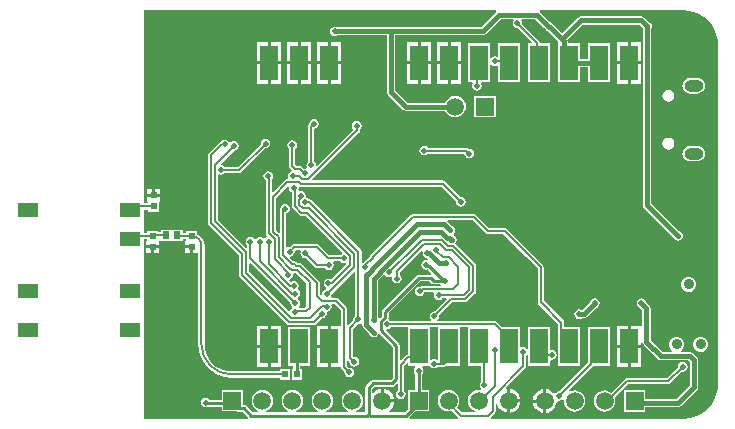
<source format=gbl>
G04*
G04 #@! TF.GenerationSoftware,Altium Limited,Altium Designer,19.0.12 (326)*
G04*
G04 Layer_Physical_Order=2*
G04 Layer_Color=16711680*
%FSAX25Y25*%
%MOIN*%
G70*
G01*
G75*
%ADD14C,0.01000*%
%ADD61C,0.00800*%
%ADD62C,0.01500*%
%ADD63R,0.05906X0.05906*%
%ADD64C,0.05906*%
%ADD65C,0.03543*%
%ADD66O,0.06299X0.03937*%
%ADD67C,0.01968*%
%ADD68R,0.05906X0.11811*%
%ADD69R,0.01968X0.02362*%
%ADD70R,0.02441X0.02244*%
%ADD71R,0.02362X0.02520*%
%ADD72R,0.07087X0.05118*%
G36*
X0507344Y0420014D02*
X0507344Y0420014D01*
X0507344Y0420014D01*
X0509065Y0419878D01*
X0510834Y0419454D01*
X0512515Y0418758D01*
X0514066Y0417807D01*
X0515449Y0416626D01*
X0516630Y0415243D01*
X0517581Y0413692D01*
X0518277Y0412011D01*
X0518701Y0410243D01*
X0518837Y0408521D01*
X0518837Y0408521D01*
X0518837D01*
X0518841Y0408517D01*
X0518841Y0295349D01*
X0518837Y0295345D01*
X0518837Y0295345D01*
X0518837Y0295345D01*
X0518701Y0293624D01*
X0518277Y0291855D01*
X0517581Y0290174D01*
X0516630Y0288623D01*
X0515449Y0287240D01*
X0514066Y0286059D01*
X0512515Y0285108D01*
X0510834Y0284412D01*
X0509065Y0283988D01*
X0507344Y0283852D01*
X0507344Y0283852D01*
Y0283852D01*
X0507340Y0283848D01*
X0443223D01*
X0443042Y0284348D01*
X0444390Y0285696D01*
X0444611Y0286027D01*
X0444689Y0286417D01*
Y0288710D01*
X0445153Y0288830D01*
X0445551Y0287869D01*
X0446185Y0287043D01*
X0447011Y0286409D01*
X0447972Y0286011D01*
X0448504Y0285941D01*
Y0289862D01*
Y0293783D01*
X0448340Y0293762D01*
X0448106Y0294235D01*
X0454528Y0300657D01*
X0454749Y0300988D01*
X0454827Y0301378D01*
Y0304913D01*
X0455114Y0305165D01*
X0455601Y0304995D01*
Y0301467D01*
X0462707D01*
Y0303208D01*
X0463206Y0303604D01*
X0463453Y0303555D01*
X0464071Y0303678D01*
X0464595Y0304028D01*
X0464945Y0304552D01*
X0465068Y0305170D01*
X0464945Y0305789D01*
X0464595Y0306313D01*
X0464071Y0306663D01*
X0463453Y0306786D01*
X0463206Y0306737D01*
X0462707Y0307133D01*
Y0314478D01*
X0455601D01*
Y0307268D01*
X0455101Y0307116D01*
X0454949Y0307343D01*
X0454425Y0307693D01*
X0453807Y0307816D01*
X0453206Y0307697D01*
X0453117Y0307686D01*
X0452706Y0307955D01*
Y0314478D01*
X0446873D01*
X0445276Y0316075D01*
X0444945Y0316296D01*
X0444555Y0316374D01*
X0425432D01*
X0425281Y0316874D01*
X0425422Y0316968D01*
X0425772Y0317492D01*
X0425895Y0318110D01*
X0425866Y0318255D01*
X0430258Y0322647D01*
X0434572D01*
X0434962Y0322724D01*
X0435292Y0322945D01*
X0437933Y0325586D01*
X0438154Y0325917D01*
X0438232Y0326307D01*
Y0334902D01*
X0438154Y0335292D01*
X0437933Y0335623D01*
X0431538Y0342018D01*
X0431229Y0342387D01*
X0431579Y0342911D01*
X0431702Y0343529D01*
X0431579Y0344147D01*
X0431229Y0344671D01*
X0430705Y0345021D01*
X0430638Y0345544D01*
X0430737Y0345610D01*
X0431087Y0346134D01*
X0431210Y0346752D01*
X0431087Y0347370D01*
X0430737Y0347894D01*
X0430213Y0348244D01*
X0429850Y0348317D01*
X0428603Y0349563D01*
X0428788Y0350063D01*
X0437027D01*
X0441370Y0345720D01*
X0441701Y0345499D01*
X0442091Y0345421D01*
X0447281D01*
X0455907Y0336795D01*
X0455988Y0336675D01*
X0458642Y0334021D01*
Y0322874D01*
X0458719Y0322484D01*
X0458940Y0322153D01*
X0465581Y0315512D01*
Y0313157D01*
X0465601Y0313058D01*
Y0301467D01*
X0472707D01*
Y0314478D01*
X0467621D01*
Y0315934D01*
X0467543Y0316325D01*
X0467322Y0316655D01*
X0460681Y0323297D01*
Y0334443D01*
X0460603Y0334834D01*
X0460382Y0335164D01*
X0457510Y0338037D01*
X0457430Y0338157D01*
X0448425Y0347162D01*
X0448094Y0347383D01*
X0447704Y0347460D01*
X0442514D01*
X0438170Y0351804D01*
X0437840Y0352025D01*
X0437450Y0352102D01*
X0417097D01*
X0416707Y0352025D01*
X0416376Y0351804D01*
X0402917Y0338344D01*
X0402696Y0338014D01*
X0402659Y0337828D01*
X0400896Y0336065D01*
X0400630Y0336012D01*
X0400465Y0335902D01*
X0399965Y0336169D01*
Y0339605D01*
X0399888Y0339996D01*
X0399667Y0340326D01*
X0383265Y0356729D01*
X0382934Y0356949D01*
X0382544Y0357027D01*
X0382497D01*
X0382415Y0357150D01*
X0381891Y0357500D01*
X0381735Y0357531D01*
X0381288Y0357653D01*
X0381411Y0358271D01*
X0381288Y0358890D01*
X0380938Y0359414D01*
X0380414Y0359764D01*
X0379796Y0359887D01*
X0379309Y0359790D01*
X0379087Y0359973D01*
X0379004Y0360069D01*
X0378937Y0360187D01*
X0379044Y0360728D01*
X0379009Y0360906D01*
X0379080Y0361016D01*
X0379442Y0361291D01*
X0379669Y0361246D01*
X0426552D01*
X0431453Y0356345D01*
X0431424Y0356201D01*
X0431547Y0355583D01*
X0431897Y0355059D01*
X0432421Y0354709D01*
X0433039Y0354586D01*
X0433658Y0354709D01*
X0434181Y0355059D01*
X0434532Y0355583D01*
X0434655Y0356201D01*
X0434532Y0356819D01*
X0434181Y0357343D01*
X0433658Y0357693D01*
X0433039Y0357816D01*
X0432895Y0357787D01*
X0427696Y0362986D01*
X0427365Y0363207D01*
X0426975Y0363285D01*
X0383815D01*
X0383623Y0363747D01*
X0399115Y0379238D01*
X0399336Y0379569D01*
X0399413Y0379959D01*
Y0380272D01*
X0399536Y0380354D01*
X0399886Y0380878D01*
X0400009Y0381496D01*
X0399886Y0382114D01*
X0399536Y0382638D01*
X0399012Y0382988D01*
X0398394Y0383111D01*
X0397776Y0382988D01*
X0397252Y0382638D01*
X0396901Y0382114D01*
X0396778Y0381496D01*
X0396901Y0380878D01*
X0397252Y0380354D01*
X0397260Y0380267D01*
X0385254Y0368262D01*
X0385162Y0368270D01*
X0384744Y0368459D01*
X0384651Y0368925D01*
X0384301Y0369449D01*
X0384179Y0369531D01*
Y0380581D01*
X0384740Y0380693D01*
X0385264Y0381043D01*
X0385614Y0381567D01*
X0385737Y0382185D01*
X0385614Y0382803D01*
X0385264Y0383327D01*
X0384740Y0383677D01*
X0384122Y0383800D01*
X0383504Y0383677D01*
X0382980Y0383327D01*
X0382630Y0382803D01*
X0382507Y0382185D01*
X0382529Y0382072D01*
X0382438Y0381981D01*
X0382217Y0381650D01*
X0382139Y0381260D01*
Y0369531D01*
X0382017Y0369449D01*
X0381667Y0368925D01*
X0381544Y0368307D01*
X0381667Y0367689D01*
X0381692Y0367651D01*
X0381391Y0367201D01*
X0381071Y0367265D01*
X0380662Y0367184D01*
X0380121Y0367725D01*
X0379790Y0367947D01*
X0379400Y0368024D01*
X0378327D01*
X0377858Y0368493D01*
Y0373874D01*
X0377981Y0373956D01*
X0378331Y0374480D01*
X0378454Y0375098D01*
X0378331Y0375717D01*
X0377981Y0376241D01*
X0377457Y0376591D01*
X0376839Y0376714D01*
X0376220Y0376591D01*
X0375696Y0376241D01*
X0375346Y0375717D01*
X0375223Y0375098D01*
X0375346Y0374480D01*
X0375696Y0373956D01*
X0375819Y0373874D01*
Y0368071D01*
X0375897Y0367681D01*
X0376118Y0367350D01*
X0376652Y0366816D01*
X0376487Y0366273D01*
X0376422Y0366260D01*
X0375898Y0365910D01*
X0375548Y0365386D01*
X0375425Y0364768D01*
X0375531Y0364232D01*
X0375366Y0363905D01*
X0375232Y0363723D01*
X0374889Y0363655D01*
X0374559Y0363434D01*
X0370545Y0359419D01*
X0370083Y0359611D01*
Y0363731D01*
X0370363Y0364150D01*
X0370486Y0364768D01*
X0370363Y0365386D01*
X0370012Y0365910D01*
X0369488Y0366260D01*
X0368870Y0366383D01*
X0368252Y0366260D01*
X0367728Y0365910D01*
X0367378Y0365386D01*
X0367255Y0364768D01*
X0367378Y0364150D01*
X0367728Y0363626D01*
X0368043Y0363415D01*
Y0345621D01*
X0368121Y0345231D01*
X0368342Y0344900D01*
X0368362Y0344880D01*
X0368216Y0344319D01*
X0367844Y0344070D01*
X0367710Y0344003D01*
X0367364D01*
X0367231Y0344070D01*
X0366728Y0344406D01*
X0366110Y0344529D01*
X0365492Y0344406D01*
X0364968Y0344056D01*
X0364803Y0343809D01*
X0364202Y0343809D01*
X0364103Y0343957D01*
X0363579Y0344307D01*
X0362961Y0344430D01*
X0362343Y0344307D01*
X0361818Y0343957D01*
X0361468Y0343433D01*
X0361345Y0342815D01*
X0361468Y0342197D01*
X0361818Y0341673D01*
X0361941Y0341591D01*
Y0341020D01*
X0361479Y0340828D01*
X0352153Y0350154D01*
Y0365014D01*
X0352654Y0365308D01*
X0353118Y0365215D01*
X0353736Y0365338D01*
X0354260Y0365688D01*
X0354342Y0365811D01*
X0359220D01*
X0359611Y0365889D01*
X0359941Y0366110D01*
X0367836Y0374004D01*
X0367980Y0373975D01*
X0368598Y0374098D01*
X0369123Y0374448D01*
X0369473Y0374972D01*
X0369596Y0375591D01*
X0369473Y0376209D01*
X0369123Y0376733D01*
X0368598Y0377083D01*
X0367980Y0377206D01*
X0367362Y0377083D01*
X0366838Y0376733D01*
X0366488Y0376209D01*
X0366365Y0375591D01*
X0366394Y0375446D01*
X0358798Y0367850D01*
X0354342D01*
X0354260Y0367973D01*
X0353736Y0368323D01*
X0353220Y0368426D01*
X0353065Y0368721D01*
X0353023Y0368936D01*
X0357304Y0373217D01*
X0357449Y0373188D01*
X0358067Y0373311D01*
X0358591Y0373661D01*
X0358941Y0374185D01*
X0359064Y0374803D01*
X0358941Y0375421D01*
X0358591Y0375945D01*
X0358067Y0376295D01*
X0357449Y0376418D01*
X0356831Y0376295D01*
X0356307Y0375945D01*
X0355791Y0376012D01*
X0355441Y0376536D01*
X0354917Y0376886D01*
X0354299Y0377009D01*
X0353681Y0376886D01*
X0353157Y0376536D01*
X0352963Y0376245D01*
X0352767Y0376115D01*
X0349013Y0372360D01*
X0348792Y0372029D01*
X0348714Y0371639D01*
Y0349152D01*
X0348792Y0348762D01*
X0349013Y0348431D01*
X0359141Y0338303D01*
Y0331934D01*
X0359219Y0331544D01*
X0359440Y0331213D01*
X0375171Y0315481D01*
X0375502Y0315260D01*
X0375892Y0315183D01*
X0384084D01*
X0384474Y0315260D01*
X0384805Y0315481D01*
X0386635Y0317311D01*
X0386779Y0317282D01*
X0387398Y0317405D01*
X0387922Y0317756D01*
X0388272Y0318280D01*
X0388395Y0318898D01*
X0388340Y0319171D01*
X0388352Y0319552D01*
X0388703Y0319714D01*
X0388972Y0319767D01*
X0389496Y0320118D01*
X0389847Y0320642D01*
X0389970Y0321260D01*
X0389877Y0321725D01*
X0390171Y0322224D01*
X0390897D01*
X0393043Y0320078D01*
Y0314878D01*
X0389654D01*
Y0307972D01*
Y0301067D01*
X0393046D01*
X0393121Y0300693D01*
X0393342Y0300362D01*
X0394248Y0299456D01*
X0394219Y0299311D01*
X0394342Y0298693D01*
X0394692Y0298169D01*
X0395216Y0297819D01*
X0395835Y0297696D01*
X0396453Y0297819D01*
X0396977Y0298169D01*
X0397327Y0298693D01*
X0397450Y0299311D01*
X0397327Y0299929D01*
X0396977Y0300453D01*
X0396453Y0300803D01*
X0395835Y0300926D01*
X0395690Y0300898D01*
X0395083Y0301505D01*
Y0303137D01*
X0395583Y0303344D01*
X0395927Y0303000D01*
X0395898Y0302855D01*
X0396021Y0302237D01*
X0396371Y0301713D01*
X0396895Y0301363D01*
X0397513Y0301240D01*
X0398132Y0301363D01*
X0398656Y0301713D01*
X0399006Y0302237D01*
X0399129Y0302855D01*
X0399006Y0303473D01*
X0398656Y0303997D01*
X0398132Y0304348D01*
X0397513Y0304471D01*
X0397149Y0304851D01*
Y0313849D01*
X0398741Y0315441D01*
X0398886Y0315412D01*
X0399504Y0315535D01*
X0399726Y0315684D01*
X0400226Y0315416D01*
Y0315098D01*
X0400331Y0314572D01*
X0400629Y0314125D01*
X0402569Y0312185D01*
X0402610Y0311980D01*
X0402960Y0311456D01*
X0403484Y0311106D01*
X0404102Y0310983D01*
X0404720Y0311106D01*
X0405244Y0311456D01*
X0405581Y0311959D01*
X0405640Y0312025D01*
X0406113Y0312134D01*
X0410437Y0307809D01*
Y0297555D01*
X0409642Y0296759D01*
X0403775D01*
X0403775Y0296759D01*
X0403346Y0296673D01*
X0402982Y0296430D01*
X0402982Y0296430D01*
X0401538Y0294986D01*
X0401295Y0294622D01*
X0401209Y0294193D01*
X0401209Y0294193D01*
Y0286063D01*
X0398334D01*
X0398235Y0286562D01*
X0398709Y0286759D01*
X0399451Y0287328D01*
X0400021Y0288071D01*
X0400379Y0288935D01*
X0400501Y0289862D01*
X0400379Y0290790D01*
X0400021Y0291654D01*
X0399451Y0292396D01*
X0398709Y0292966D01*
X0397845Y0293323D01*
X0396917Y0293446D01*
X0395990Y0293323D01*
X0395126Y0292966D01*
X0394384Y0292396D01*
X0393814Y0291654D01*
X0393456Y0290790D01*
X0393334Y0289862D01*
X0393456Y0288935D01*
X0393814Y0288071D01*
X0394384Y0287328D01*
X0395126Y0286759D01*
X0395600Y0286562D01*
X0395500Y0286063D01*
X0388334D01*
X0388235Y0286562D01*
X0388709Y0286759D01*
X0389451Y0287328D01*
X0390021Y0288071D01*
X0390379Y0288935D01*
X0390501Y0289862D01*
X0390379Y0290790D01*
X0390021Y0291654D01*
X0389451Y0292396D01*
X0388709Y0292966D01*
X0387845Y0293323D01*
X0386917Y0293446D01*
X0385990Y0293323D01*
X0385126Y0292966D01*
X0384383Y0292396D01*
X0383814Y0291654D01*
X0383456Y0290790D01*
X0383334Y0289862D01*
X0383456Y0288935D01*
X0383814Y0288071D01*
X0384383Y0287328D01*
X0385126Y0286759D01*
X0385600Y0286562D01*
X0385500Y0286063D01*
X0378334D01*
X0378235Y0286562D01*
X0378709Y0286759D01*
X0379451Y0287328D01*
X0380021Y0288071D01*
X0380379Y0288935D01*
X0380501Y0289862D01*
X0380379Y0290790D01*
X0380021Y0291654D01*
X0379451Y0292396D01*
X0378709Y0292966D01*
X0377845Y0293323D01*
X0376917Y0293446D01*
X0375990Y0293323D01*
X0375126Y0292966D01*
X0374383Y0292396D01*
X0373814Y0291654D01*
X0373456Y0290790D01*
X0373334Y0289862D01*
X0373456Y0288935D01*
X0373814Y0288071D01*
X0374383Y0287328D01*
X0375126Y0286759D01*
X0375600Y0286562D01*
X0375500Y0286063D01*
X0368334D01*
X0368235Y0286562D01*
X0368709Y0286759D01*
X0369451Y0287328D01*
X0370021Y0288071D01*
X0370379Y0288935D01*
X0370501Y0289862D01*
X0370379Y0290790D01*
X0370021Y0291654D01*
X0369451Y0292396D01*
X0368709Y0292966D01*
X0367845Y0293323D01*
X0366917Y0293446D01*
X0365990Y0293323D01*
X0365126Y0292966D01*
X0364383Y0292396D01*
X0363814Y0291654D01*
X0363456Y0290790D01*
X0363334Y0289862D01*
X0363456Y0288935D01*
X0363814Y0288071D01*
X0364383Y0287328D01*
X0365126Y0286759D01*
X0365600Y0286562D01*
X0365500Y0286063D01*
X0363720D01*
X0361660Y0288123D01*
X0361296Y0288366D01*
X0360867Y0288452D01*
X0360470Y0288742D01*
Y0293415D01*
X0353364D01*
Y0290122D01*
X0349338D01*
X0349142Y0290414D01*
X0348618Y0290764D01*
X0348000Y0290887D01*
X0347382Y0290764D01*
X0346858Y0290414D01*
X0346508Y0289890D01*
X0346385Y0289272D01*
X0346508Y0288653D01*
X0346858Y0288129D01*
X0347382Y0287779D01*
X0348000Y0287656D01*
X0348618Y0287779D01*
X0348766Y0287878D01*
X0353364D01*
Y0286310D01*
X0358217D01*
X0358241Y0286294D01*
X0358670Y0286208D01*
X0360402D01*
X0362263Y0284348D01*
X0362056Y0283848D01*
X0327429D01*
Y0343791D01*
X0328475D01*
Y0343232D01*
X0328075D01*
Y0341610D01*
X0332516D01*
Y0343097D01*
X0333014Y0343101D01*
Y0343101D01*
X0336294D01*
X0336576Y0343101D01*
X0337076Y0343101D01*
X0340356D01*
Y0343791D01*
X0341475D01*
Y0343232D01*
X0341075D01*
Y0341610D01*
X0343295D01*
Y0341110D01*
X0343795D01*
Y0338988D01*
X0345516D01*
X0345602Y0338524D01*
Y0308622D01*
X0345588D01*
X0345724Y0306896D01*
X0346128Y0305212D01*
X0346791Y0303613D01*
X0347695Y0302136D01*
X0348820Y0300820D01*
X0350136Y0299695D01*
X0351613Y0298791D01*
X0353212Y0298128D01*
X0354896Y0297724D01*
X0356622Y0297588D01*
Y0297603D01*
X0372892D01*
Y0296841D01*
X0376061D01*
Y0300403D01*
X0372892D01*
Y0299642D01*
X0356622D01*
X0356579Y0299633D01*
X0354868Y0299801D01*
X0353181Y0300313D01*
X0351626Y0301144D01*
X0350263Y0302263D01*
X0349144Y0303626D01*
X0348313Y0305181D01*
X0347801Y0306868D01*
X0347633Y0308579D01*
X0347642Y0308622D01*
Y0341484D01*
X0347659D01*
X0347511Y0342614D01*
X0347075Y0343666D01*
X0346381Y0344570D01*
X0345477Y0345264D01*
X0345116Y0345413D01*
Y0346533D01*
X0341475D01*
Y0345831D01*
X0340356D01*
Y0346820D01*
X0337076D01*
X0336794Y0346820D01*
X0336294Y0346820D01*
X0333014D01*
Y0345980D01*
X0332116D01*
Y0346533D01*
X0328475D01*
Y0345831D01*
X0327429D01*
Y0353591D01*
X0328825D01*
Y0352888D01*
X0332466D01*
Y0356189D01*
X0332866D01*
Y0357811D01*
X0330646D01*
X0328425D01*
Y0356189D01*
X0328825D01*
Y0355630D01*
X0327429D01*
Y0420018D01*
X0444771Y0420018D01*
X0444923Y0419518D01*
X0444861Y0419477D01*
X0444861Y0419477D01*
X0439753Y0414369D01*
X0391902D01*
X0391728Y0414485D01*
X0391110Y0414607D01*
X0390492Y0414485D01*
X0389968Y0414134D01*
X0389618Y0413610D01*
X0389495Y0412992D01*
X0389618Y0412374D01*
X0389968Y0411850D01*
X0390492Y0411500D01*
X0391110Y0411377D01*
X0391728Y0411500D01*
X0391902Y0411616D01*
X0408435D01*
Y0392913D01*
X0408539Y0392387D01*
X0408838Y0391940D01*
X0413857Y0386920D01*
X0413857Y0386920D01*
X0414304Y0386622D01*
X0414831Y0386517D01*
X0427894D01*
X0428066Y0386102D01*
X0428635Y0385360D01*
X0429378Y0384790D01*
X0430242Y0384432D01*
X0431169Y0384310D01*
X0432097Y0384432D01*
X0432961Y0384790D01*
X0433703Y0385360D01*
X0434273Y0386102D01*
X0434631Y0386966D01*
X0434753Y0387894D01*
X0434631Y0388821D01*
X0434273Y0389685D01*
X0433703Y0390428D01*
X0432961Y0390997D01*
X0432097Y0391355D01*
X0431169Y0391477D01*
X0430242Y0391355D01*
X0429378Y0390997D01*
X0428635Y0390428D01*
X0428066Y0389685D01*
X0427894Y0389270D01*
X0415401D01*
X0411188Y0393483D01*
Y0411616D01*
X0440323D01*
X0440850Y0411721D01*
X0441296Y0412019D01*
X0446405Y0417128D01*
X0450466D01*
X0450685Y0416628D01*
X0450445Y0416268D01*
X0450322Y0415650D01*
X0450445Y0415031D01*
X0450795Y0414507D01*
X0451319Y0414157D01*
X0451937Y0414034D01*
X0452082Y0414063D01*
X0456717Y0409428D01*
X0456525Y0408966D01*
X0455601D01*
Y0395955D01*
X0462707D01*
Y0408966D01*
X0459509D01*
Y0409097D01*
X0459431Y0409488D01*
X0459210Y0409819D01*
X0453523Y0415505D01*
X0453552Y0415650D01*
X0453429Y0416268D01*
X0453189Y0416628D01*
X0453408Y0417128D01*
X0457961D01*
X0460948Y0414141D01*
X0460985Y0413955D01*
X0461335Y0413431D01*
X0461859Y0413081D01*
X0462045Y0413044D01*
X0465623Y0409466D01*
X0465601Y0408966D01*
X0465601Y0408966D01*
X0465601Y0408966D01*
Y0395955D01*
X0472707D01*
Y0401084D01*
X0475601D01*
Y0395955D01*
X0482706D01*
Y0408966D01*
X0475601D01*
Y0403837D01*
X0472707D01*
Y0408966D01*
X0468721D01*
Y0409691D01*
X0468721Y0409691D01*
X0468616Y0410218D01*
X0468582Y0410269D01*
X0473570Y0415257D01*
X0492705D01*
X0493613Y0414350D01*
X0493653Y0414146D01*
X0493769Y0413972D01*
Y0355118D01*
X0493874Y0354591D01*
X0494172Y0354145D01*
X0503947Y0344370D01*
X0503988Y0344165D01*
X0504338Y0343641D01*
X0504862Y0343291D01*
X0505480Y0343168D01*
X0506098Y0343291D01*
X0506623Y0343641D01*
X0506973Y0344165D01*
X0507096Y0344783D01*
X0506973Y0345402D01*
X0506623Y0345926D01*
X0506098Y0346276D01*
X0505894Y0346317D01*
X0496522Y0355688D01*
Y0413972D01*
X0496638Y0414146D01*
X0496761Y0414764D01*
X0496638Y0415382D01*
X0496288Y0415906D01*
X0495764Y0416256D01*
X0495559Y0416297D01*
X0494249Y0417607D01*
X0493802Y0417906D01*
X0493276Y0418010D01*
X0473000D01*
X0473000Y0418010D01*
X0472473Y0417906D01*
X0472027Y0417607D01*
X0466701Y0412281D01*
X0464014Y0414968D01*
X0463970Y0415192D01*
X0463619Y0415716D01*
X0463095Y0416066D01*
X0462872Y0416110D01*
X0459505Y0419477D01*
X0459444Y0419518D01*
X0459595Y0420018D01*
X0507340D01*
X0507344Y0420014D01*
D02*
G37*
G36*
X0375906Y0361190D02*
X0375814Y0360728D01*
X0375937Y0360110D01*
X0376287Y0359586D01*
X0376705Y0359307D01*
Y0354769D01*
X0376782Y0354379D01*
X0377003Y0354049D01*
X0379214Y0351838D01*
X0379545Y0351617D01*
X0379935Y0351539D01*
X0381388D01*
X0393559Y0339368D01*
X0393413Y0338807D01*
X0393019Y0338544D01*
X0392937Y0338421D01*
X0389170D01*
X0385760Y0341831D01*
X0385430Y0342052D01*
X0385039Y0342130D01*
X0377594D01*
X0377204Y0342052D01*
X0376873Y0341831D01*
X0376196Y0341154D01*
X0376051Y0341182D01*
X0375433Y0341059D01*
X0375307Y0340975D01*
X0374807Y0341242D01*
Y0352387D01*
X0375095Y0352445D01*
X0375619Y0352795D01*
X0375969Y0353319D01*
X0376092Y0353937D01*
X0375969Y0354555D01*
X0375619Y0355079D01*
X0375095Y0355429D01*
X0374476Y0355552D01*
X0373858Y0355429D01*
X0373334Y0355079D01*
X0372984Y0354555D01*
X0372861Y0353937D01*
X0372903Y0353725D01*
X0372845Y0353638D01*
X0372768Y0353248D01*
Y0345991D01*
X0372306Y0345800D01*
X0371483Y0346623D01*
Y0357474D01*
X0375445Y0361436D01*
X0375906Y0361190D01*
D02*
G37*
G36*
X0420425Y0339595D02*
X0420302Y0338976D01*
X0420425Y0338358D01*
X0420775Y0337834D01*
X0421299Y0337484D01*
X0421917Y0337361D01*
X0422090Y0337044D01*
X0421632Y0336732D01*
X0421524Y0336753D01*
X0420905Y0336630D01*
X0420381Y0336280D01*
X0420031Y0335756D01*
X0419908Y0335138D01*
X0420031Y0334520D01*
X0420381Y0333996D01*
X0420905Y0333646D01*
X0421524Y0333523D01*
X0421967Y0333611D01*
X0422077Y0333589D01*
X0423282Y0332383D01*
X0423036Y0331923D01*
X0423006Y0331929D01*
X0423006Y0331929D01*
X0419063D01*
X0419063Y0331929D01*
X0418634Y0331843D01*
X0418270Y0331600D01*
X0407049Y0320380D01*
X0406806Y0320016D01*
X0406721Y0319587D01*
X0406721Y0319587D01*
Y0318176D01*
X0406021Y0317476D01*
X0405906Y0317465D01*
X0405479Y0317656D01*
Y0329967D01*
X0407056Y0331544D01*
X0407056Y0331544D01*
X0407286Y0331889D01*
X0407303Y0331895D01*
X0407682Y0331922D01*
X0407842Y0331889D01*
X0408078Y0331535D01*
X0408602Y0331185D01*
X0409221Y0331062D01*
X0409775Y0331172D01*
X0410016Y0331022D01*
X0410218Y0330837D01*
X0410164Y0330566D01*
X0410287Y0329948D01*
X0410637Y0329424D01*
X0411161Y0329074D01*
X0411779Y0328951D01*
X0412398Y0329074D01*
X0412922Y0329424D01*
X0413272Y0329948D01*
X0413395Y0330566D01*
X0413272Y0331184D01*
X0412922Y0331708D01*
X0412799Y0331790D01*
Y0332672D01*
X0420029Y0339902D01*
X0420425Y0339595D01*
D02*
G37*
G36*
X0379714Y0339650D02*
X0379677Y0339595D01*
X0379554Y0338976D01*
X0379677Y0338358D01*
X0380027Y0337834D01*
X0380551Y0337484D01*
X0381169Y0337361D01*
X0381314Y0337390D01*
X0384383Y0334321D01*
X0384714Y0334100D01*
X0385104Y0334022D01*
X0387824D01*
X0387906Y0333900D01*
X0388430Y0333550D01*
X0389049Y0333427D01*
X0389667Y0333550D01*
X0390191Y0333900D01*
X0390541Y0334424D01*
X0390664Y0335042D01*
X0390541Y0335660D01*
X0390392Y0335882D01*
X0390660Y0336382D01*
X0392937D01*
X0393019Y0336259D01*
X0393543Y0335909D01*
X0394161Y0335786D01*
X0394626Y0335879D01*
X0394686Y0335843D01*
X0394815Y0335264D01*
X0389872Y0330322D01*
X0389563Y0330528D01*
X0388945Y0330651D01*
X0388327Y0330528D01*
X0387803Y0330178D01*
X0387453Y0329654D01*
X0387330Y0329035D01*
X0387453Y0328417D01*
X0387803Y0327893D01*
X0388130Y0327675D01*
X0388281Y0327131D01*
X0388271Y0327044D01*
X0388150Y0326876D01*
X0387813Y0326809D01*
X0387289Y0326459D01*
X0386939Y0325935D01*
X0386816Y0325317D01*
X0386356Y0325066D01*
X0386126Y0325241D01*
Y0329035D01*
X0386048Y0329426D01*
X0385827Y0329756D01*
X0380018Y0335566D01*
X0379687Y0335787D01*
X0379297Y0335865D01*
X0378545D01*
X0378380Y0336030D01*
X0378049Y0336250D01*
X0377659Y0336328D01*
X0377287D01*
X0376153Y0337462D01*
X0376318Y0338005D01*
X0376669Y0338075D01*
X0377193Y0338425D01*
X0377543Y0338949D01*
X0377666Y0339567D01*
X0377638Y0339711D01*
X0378017Y0340091D01*
X0379478D01*
X0379714Y0339650D01*
D02*
G37*
G36*
X0423197Y0329030D02*
X0423561Y0328787D01*
X0423990Y0328701D01*
X0423990Y0328701D01*
X0426265D01*
X0426371Y0328570D01*
X0426133Y0328070D01*
X0420233D01*
X0419843Y0327993D01*
X0419737Y0327921D01*
X0419365Y0327995D01*
X0418747Y0327872D01*
X0418223Y0327522D01*
X0417873Y0326998D01*
X0417750Y0326380D01*
X0417873Y0325762D01*
X0418223Y0325238D01*
X0418747Y0324888D01*
X0419365Y0324765D01*
X0419983Y0324888D01*
X0420507Y0325238D01*
X0420857Y0325762D01*
X0420911Y0326031D01*
X0423917D01*
X0424210Y0325531D01*
X0424118Y0325066D01*
X0424241Y0324448D01*
X0424591Y0323924D01*
X0425115Y0323574D01*
X0425733Y0323451D01*
X0426351Y0323574D01*
X0426875Y0323924D01*
X0426957Y0324047D01*
X0428121D01*
X0428312Y0323585D01*
X0424424Y0319697D01*
X0424279Y0319725D01*
X0423661Y0319603D01*
X0423137Y0319252D01*
X0422787Y0318728D01*
X0422664Y0318110D01*
X0422787Y0317492D01*
X0423137Y0316968D01*
X0423278Y0316874D01*
X0423127Y0316374D01*
X0409657D01*
X0409575Y0316496D01*
X0409051Y0316847D01*
X0408899Y0317387D01*
X0408964Y0317711D01*
X0408964Y0317711D01*
Y0319122D01*
X0419527Y0329685D01*
X0422542D01*
X0423197Y0329030D01*
D02*
G37*
G36*
X0381626Y0328908D02*
Y0321316D01*
X0381119Y0320809D01*
X0379133D01*
X0378984Y0321242D01*
X0378973Y0321307D01*
X0378979Y0321321D01*
X0379315Y0321823D01*
X0379438Y0322441D01*
X0379315Y0323059D01*
X0378965Y0323583D01*
X0378818Y0323681D01*
X0378821Y0324281D01*
X0379071Y0324448D01*
X0379421Y0324972D01*
X0379544Y0325591D01*
X0379421Y0326209D01*
X0379071Y0326733D01*
X0378959Y0326807D01*
X0378821Y0327499D01*
X0378849Y0327541D01*
X0378972Y0328159D01*
X0378849Y0328777D01*
X0378499Y0329301D01*
X0377975Y0329651D01*
X0377357Y0329774D01*
X0376739Y0329651D01*
X0376442Y0329453D01*
X0375957Y0329938D01*
X0376102Y0330416D01*
X0376180Y0330432D01*
X0376704Y0330782D01*
X0376930Y0331121D01*
X0376989Y0331160D01*
X0377210Y0331491D01*
X0377288Y0331881D01*
X0377279Y0331926D01*
X0377628Y0332380D01*
X0378134Y0332400D01*
X0381626Y0328908D01*
D02*
G37*
G36*
X0376236Y0322586D02*
X0376207Y0322441D01*
X0376330Y0321823D01*
X0376666Y0321321D01*
X0376733Y0321187D01*
Y0320841D01*
X0376666Y0320707D01*
X0376330Y0320205D01*
X0376279Y0319945D01*
X0375736Y0319780D01*
X0362580Y0332936D01*
Y0335588D01*
X0363042Y0335780D01*
X0376236Y0322586D01*
D02*
G37*
G36*
X0397872Y0332608D02*
X0397866Y0332579D01*
Y0318252D01*
X0397744Y0318170D01*
X0397393Y0317646D01*
X0397270Y0317028D01*
X0397299Y0316883D01*
X0395583Y0315166D01*
X0395083Y0315373D01*
Y0320500D01*
X0395005Y0320890D01*
X0394784Y0321221D01*
X0392040Y0323965D01*
X0391709Y0324186D01*
X0391319Y0324264D01*
X0390156D01*
X0390020Y0324518D01*
X0389937Y0324764D01*
X0390047Y0325317D01*
X0390018Y0325461D01*
X0397411Y0332854D01*
X0397872Y0332608D01*
D02*
G37*
G36*
X0415601Y0305308D02*
X0415470D01*
X0415079Y0305230D01*
X0414749Y0305009D01*
X0413142Y0303403D01*
X0412681Y0303594D01*
Y0308274D01*
X0412681Y0308274D01*
X0412595Y0308703D01*
X0412352Y0309067D01*
X0412352Y0309067D01*
X0408130Y0313290D01*
X0408376Y0313750D01*
X0408433Y0313739D01*
X0409051Y0313862D01*
X0409575Y0314212D01*
X0409657Y0314335D01*
X0415601D01*
Y0305308D01*
D02*
G37*
G36*
X0425601Y0303670D02*
X0425519Y0303603D01*
X0425101Y0303448D01*
X0424701Y0303715D01*
X0424083Y0303838D01*
X0423464Y0303715D01*
X0423207Y0303543D01*
X0422707Y0303810D01*
Y0314335D01*
X0425601D01*
Y0303670D01*
D02*
G37*
G36*
X0435601Y0301467D02*
X0439894D01*
Y0296303D01*
X0439771Y0296221D01*
X0439421Y0295697D01*
X0439298Y0295079D01*
X0439421Y0294461D01*
X0439771Y0293937D01*
X0439934Y0293827D01*
X0439754Y0293347D01*
X0439004Y0293446D01*
X0438076Y0293323D01*
X0437212Y0292966D01*
X0436470Y0292396D01*
X0435901Y0291654D01*
X0435543Y0290790D01*
X0435421Y0289862D01*
X0435543Y0288935D01*
X0435901Y0288071D01*
X0436470Y0287328D01*
X0437212Y0286759D01*
X0437932Y0286460D01*
X0437833Y0285961D01*
X0433481D01*
X0431788Y0287654D01*
X0432107Y0288071D01*
X0432465Y0288935D01*
X0432587Y0289862D01*
X0432465Y0290790D01*
X0432107Y0291654D01*
X0431538Y0292396D01*
X0430796Y0292966D01*
X0429931Y0293323D01*
X0429004Y0293446D01*
X0428077Y0293323D01*
X0427212Y0292966D01*
X0426470Y0292396D01*
X0425901Y0291654D01*
X0425543Y0290790D01*
X0425421Y0289862D01*
X0425543Y0288935D01*
X0425901Y0288071D01*
X0426470Y0287328D01*
X0427212Y0286759D01*
X0428077Y0286401D01*
X0429004Y0286279D01*
X0429931Y0286401D01*
X0430091Y0286467D01*
X0432210Y0284348D01*
X0432029Y0283848D01*
X0416141D01*
X0415934Y0284348D01*
X0417896Y0286310D01*
X0422557D01*
Y0293415D01*
X0420121D01*
Y0298707D01*
X0420142Y0298721D01*
X0420492Y0299245D01*
X0420615Y0299863D01*
X0420492Y0300481D01*
X0420168Y0300967D01*
X0420212Y0301159D01*
X0420351Y0301467D01*
X0422683D01*
X0422940Y0301081D01*
X0423464Y0300731D01*
X0424083Y0300608D01*
X0424701Y0300731D01*
X0425225Y0301081D01*
X0425307Y0301203D01*
X0427388D01*
X0427779Y0301281D01*
X0428057Y0301467D01*
X0432706D01*
Y0314335D01*
X0435601D01*
Y0301467D01*
D02*
G37*
G36*
X0415601Y0302325D02*
Y0301467D01*
X0417649D01*
X0417788Y0301159D01*
X0417832Y0300967D01*
X0417508Y0300481D01*
X0417385Y0299863D01*
X0417508Y0299245D01*
X0417858Y0298721D01*
X0417878Y0298707D01*
Y0293415D01*
X0415451D01*
Y0287037D01*
X0414476Y0286063D01*
X0409280D01*
X0409110Y0286562D01*
X0409736Y0287043D01*
X0410370Y0287869D01*
X0410768Y0288830D01*
X0410838Y0289362D01*
X0406917D01*
Y0289862D01*
X0406417D01*
Y0293783D01*
X0405885Y0293713D01*
X0404924Y0293315D01*
X0404098Y0292681D01*
X0403952Y0292491D01*
X0403452Y0292661D01*
Y0293728D01*
X0404240Y0294516D01*
X0410106D01*
X0410106Y0294516D01*
X0410535Y0294601D01*
X0410899Y0294844D01*
X0411578Y0295522D01*
X0412040Y0295331D01*
Y0293252D01*
X0411917Y0293170D01*
X0411567Y0292646D01*
X0411444Y0292028D01*
X0411567Y0291409D01*
X0411917Y0290885D01*
X0412441Y0290535D01*
X0413059Y0290412D01*
X0413677Y0290535D01*
X0414201Y0290885D01*
X0414551Y0291409D01*
X0414674Y0292028D01*
X0414551Y0292646D01*
X0414201Y0293170D01*
X0414079Y0293252D01*
Y0301455D01*
X0415139Y0302516D01*
X0415601Y0302325D01*
D02*
G37*
%LPC*%
G36*
X0452706Y0408966D02*
X0445601D01*
Y0404776D01*
X0445101Y0404509D01*
X0444976Y0404592D01*
X0444358Y0404715D01*
X0443740Y0404592D01*
X0443216Y0404242D01*
X0443207Y0404227D01*
X0442706Y0404379D01*
Y0408966D01*
X0435601D01*
Y0395955D01*
X0436729D01*
X0436996Y0395455D01*
X0436960Y0395402D01*
X0436837Y0394783D01*
X0436960Y0394165D01*
X0437311Y0393641D01*
X0437835Y0393291D01*
X0438453Y0393168D01*
X0439071Y0393291D01*
X0439595Y0393641D01*
X0439945Y0394165D01*
X0440068Y0394783D01*
X0439945Y0395402D01*
X0439909Y0395455D01*
X0440177Y0395955D01*
X0442706D01*
Y0401820D01*
X0443207Y0401972D01*
X0443216Y0401958D01*
X0443740Y0401607D01*
X0444358Y0401484D01*
X0444976Y0401607D01*
X0445101Y0401691D01*
X0445601Y0401423D01*
Y0395955D01*
X0452706D01*
Y0408966D01*
D02*
G37*
G36*
X0493107Y0409366D02*
X0489654D01*
Y0402961D01*
X0493107D01*
Y0409366D01*
D02*
G37*
G36*
X0433107D02*
X0429654D01*
Y0402961D01*
X0433107D01*
Y0409366D01*
D02*
G37*
G36*
X0423106D02*
X0419654D01*
Y0402961D01*
X0423106D01*
Y0409366D01*
D02*
G37*
G36*
X0393107D02*
X0389654D01*
Y0402961D01*
X0393107D01*
Y0409366D01*
D02*
G37*
G36*
X0383106D02*
X0379654D01*
Y0402961D01*
X0383106D01*
Y0409366D01*
D02*
G37*
G36*
X0373107D02*
X0369654D01*
Y0402961D01*
X0373107D01*
Y0409366D01*
D02*
G37*
G36*
X0488654D02*
X0485201D01*
Y0402961D01*
X0488654D01*
Y0409366D01*
D02*
G37*
G36*
X0428654D02*
X0425201D01*
Y0402961D01*
X0428654D01*
Y0409366D01*
D02*
G37*
G36*
X0418654D02*
X0415201D01*
Y0402961D01*
X0418654D01*
Y0409366D01*
D02*
G37*
G36*
X0388654D02*
X0385201D01*
Y0402961D01*
X0388654D01*
Y0409366D01*
D02*
G37*
G36*
X0378654D02*
X0375201D01*
Y0402961D01*
X0378654D01*
Y0409366D01*
D02*
G37*
G36*
X0368654D02*
X0365201D01*
Y0402961D01*
X0368654D01*
Y0409366D01*
D02*
G37*
G36*
X0493107Y0401961D02*
X0489654D01*
Y0395555D01*
X0493107D01*
Y0401961D01*
D02*
G37*
G36*
X0488654D02*
X0485201D01*
Y0395555D01*
X0488654D01*
Y0401961D01*
D02*
G37*
G36*
X0433107D02*
X0429654D01*
Y0395555D01*
X0433107D01*
Y0401961D01*
D02*
G37*
G36*
X0428654D02*
X0425201D01*
Y0395555D01*
X0428654D01*
Y0401961D01*
D02*
G37*
G36*
X0423106D02*
X0419654D01*
Y0395555D01*
X0423106D01*
Y0401961D01*
D02*
G37*
G36*
X0418654D02*
X0415201D01*
Y0395555D01*
X0418654D01*
Y0401961D01*
D02*
G37*
G36*
X0393107D02*
X0389654D01*
Y0395555D01*
X0393107D01*
Y0401961D01*
D02*
G37*
G36*
X0388654D02*
X0385201D01*
Y0395555D01*
X0388654D01*
Y0401961D01*
D02*
G37*
G36*
X0383106D02*
X0379654D01*
Y0395555D01*
X0383106D01*
Y0401961D01*
D02*
G37*
G36*
X0378654D02*
X0375201D01*
Y0395555D01*
X0378654D01*
Y0401961D01*
D02*
G37*
G36*
X0373107D02*
X0369654D01*
Y0395555D01*
X0373107D01*
Y0401961D01*
D02*
G37*
G36*
X0368654D02*
X0365201D01*
Y0395555D01*
X0368654D01*
Y0401961D01*
D02*
G37*
G36*
X0511892Y0397445D02*
X0509529D01*
X0508859Y0397357D01*
X0508234Y0397098D01*
X0507698Y0396686D01*
X0507286Y0396150D01*
X0507027Y0395525D01*
X0506939Y0394854D01*
X0507027Y0394184D01*
X0507286Y0393559D01*
X0507698Y0393022D01*
X0508234Y0392611D01*
X0508859Y0392352D01*
X0509529Y0392264D01*
X0511892D01*
X0512562Y0392352D01*
X0513187Y0392611D01*
X0513724Y0393022D01*
X0514135Y0393559D01*
X0514394Y0394184D01*
X0514482Y0394854D01*
X0514394Y0395525D01*
X0514135Y0396150D01*
X0513724Y0396686D01*
X0513187Y0397098D01*
X0512562Y0397357D01*
X0511892Y0397445D01*
D02*
G37*
G36*
X0502246Y0393513D02*
X0501474Y0393359D01*
X0500820Y0392922D01*
X0500383Y0392268D01*
X0500229Y0391496D01*
X0500383Y0390724D01*
X0500820Y0390070D01*
X0501474Y0389633D01*
X0502246Y0389479D01*
X0503018Y0389633D01*
X0503672Y0390070D01*
X0504109Y0390724D01*
X0504263Y0391496D01*
X0504109Y0392268D01*
X0503672Y0392922D01*
X0503018Y0393359D01*
X0502246Y0393513D01*
D02*
G37*
G36*
X0444722Y0391446D02*
X0437616D01*
Y0384341D01*
X0444722D01*
Y0391446D01*
D02*
G37*
G36*
X0502246Y0377568D02*
X0501474Y0377414D01*
X0500820Y0376977D01*
X0500383Y0376323D01*
X0500229Y0375551D01*
X0500383Y0374779D01*
X0500820Y0374125D01*
X0501474Y0373688D01*
X0502246Y0373534D01*
X0503018Y0373688D01*
X0503672Y0374125D01*
X0504109Y0374779D01*
X0504263Y0375551D01*
X0504109Y0376323D01*
X0503672Y0376977D01*
X0503018Y0377414D01*
X0502246Y0377568D01*
D02*
G37*
G36*
X0420835Y0374844D02*
X0420217Y0374721D01*
X0419693Y0374371D01*
X0419342Y0373847D01*
X0419219Y0373228D01*
X0419342Y0372610D01*
X0419693Y0372086D01*
X0420217Y0371736D01*
X0420835Y0371613D01*
X0421453Y0371736D01*
X0421977Y0372086D01*
X0422059Y0372209D01*
X0434285D01*
X0434401Y0371626D01*
X0434752Y0371102D01*
X0435276Y0370752D01*
X0435894Y0370629D01*
X0436512Y0370752D01*
X0437036Y0371102D01*
X0437386Y0371626D01*
X0437509Y0372244D01*
X0437386Y0372862D01*
X0437036Y0373386D01*
X0436512Y0373736D01*
X0435894Y0373859D01*
X0435692Y0373819D01*
X0435562Y0373949D01*
X0435231Y0374170D01*
X0434841Y0374248D01*
X0422059D01*
X0421977Y0374371D01*
X0421453Y0374721D01*
X0420835Y0374844D01*
D02*
G37*
G36*
X0511892Y0374807D02*
X0509529D01*
X0508859Y0374719D01*
X0508234Y0374460D01*
X0507698Y0374048D01*
X0507286Y0373512D01*
X0507027Y0372887D01*
X0506939Y0372217D01*
X0507027Y0371546D01*
X0507286Y0370921D01*
X0507698Y0370385D01*
X0508234Y0369973D01*
X0508859Y0369714D01*
X0509529Y0369626D01*
X0511892D01*
X0512562Y0369714D01*
X0513187Y0369973D01*
X0513724Y0370385D01*
X0514135Y0370921D01*
X0514394Y0371546D01*
X0514482Y0372217D01*
X0514394Y0372887D01*
X0514135Y0373512D01*
X0513724Y0374048D01*
X0513187Y0374460D01*
X0512562Y0374719D01*
X0511892Y0374807D01*
D02*
G37*
G36*
X0332866Y0360433D02*
X0331146D01*
Y0358811D01*
X0332866D01*
Y0360433D01*
D02*
G37*
G36*
X0330146D02*
X0328425D01*
Y0358811D01*
X0330146D01*
Y0360433D01*
D02*
G37*
G36*
X0332516Y0340610D02*
X0330795D01*
Y0338988D01*
X0332516D01*
Y0340610D01*
D02*
G37*
G36*
X0329795D02*
X0328075D01*
Y0338988D01*
X0329795D01*
Y0340610D01*
D02*
G37*
G36*
X0342795D02*
X0341075D01*
Y0338988D01*
X0342795D01*
Y0340610D01*
D02*
G37*
G36*
X0509000Y0331191D02*
X0508332Y0331103D01*
X0507710Y0330845D01*
X0507175Y0330435D01*
X0506765Y0329901D01*
X0506507Y0329278D01*
X0506419Y0328610D01*
X0506507Y0327942D01*
X0506765Y0327320D01*
X0507175Y0326785D01*
X0507710Y0326375D01*
X0508332Y0326117D01*
X0509000Y0326029D01*
X0509668Y0326117D01*
X0510290Y0326375D01*
X0510825Y0326785D01*
X0511235Y0327320D01*
X0511493Y0327942D01*
X0511581Y0328610D01*
X0511493Y0329278D01*
X0511235Y0329901D01*
X0510825Y0330435D01*
X0510290Y0330845D01*
X0509668Y0331103D01*
X0509000Y0331191D01*
D02*
G37*
G36*
X0477724Y0323958D02*
X0477106Y0323835D01*
X0476582Y0323485D01*
X0476232Y0322961D01*
X0476191Y0322756D01*
X0473513Y0320077D01*
X0473299D01*
X0473126Y0320193D01*
X0472508Y0320316D01*
X0471890Y0320193D01*
X0471366Y0319843D01*
X0471016Y0319319D01*
X0470893Y0318701D01*
X0471016Y0318083D01*
X0471366Y0317559D01*
X0471890Y0317209D01*
X0472508Y0317086D01*
X0473126Y0317209D01*
X0473299Y0317324D01*
X0474083D01*
X0474609Y0317429D01*
X0475056Y0317727D01*
X0478138Y0320810D01*
X0478342Y0320850D01*
X0478867Y0321200D01*
X0479217Y0321724D01*
X0479340Y0322342D01*
X0479217Y0322961D01*
X0478867Y0323485D01*
X0478342Y0323835D01*
X0477724Y0323958D01*
D02*
G37*
G36*
X0373107Y0314878D02*
X0369654D01*
Y0308472D01*
X0373107D01*
Y0314878D01*
D02*
G37*
G36*
X0488654D02*
X0485201D01*
Y0308472D01*
X0488654D01*
Y0314878D01*
D02*
G37*
G36*
X0388654D02*
X0385201D01*
Y0308472D01*
X0388654D01*
Y0314878D01*
D02*
G37*
G36*
X0368654D02*
X0365201D01*
Y0308472D01*
X0368654D01*
Y0314878D01*
D02*
G37*
G36*
X0513000Y0311191D02*
X0512332Y0311103D01*
X0511710Y0310845D01*
X0511175Y0310435D01*
X0510765Y0309901D01*
X0510507Y0309278D01*
X0510419Y0308610D01*
X0510507Y0307942D01*
X0510765Y0307320D01*
X0511175Y0306785D01*
X0511710Y0306375D01*
X0512332Y0306117D01*
X0513000Y0306030D01*
X0513668Y0306117D01*
X0514290Y0306375D01*
X0514825Y0306785D01*
X0515235Y0307320D01*
X0515493Y0307942D01*
X0515581Y0308610D01*
X0515493Y0309278D01*
X0515235Y0309901D01*
X0514825Y0310435D01*
X0514290Y0310845D01*
X0513668Y0311103D01*
X0513000Y0311191D01*
D02*
G37*
G36*
X0493107Y0307472D02*
X0489654D01*
Y0301067D01*
X0493107D01*
Y0307472D01*
D02*
G37*
G36*
X0488654D02*
X0485201D01*
Y0301067D01*
X0488654D01*
Y0307472D01*
D02*
G37*
G36*
X0388654D02*
X0385201D01*
Y0301067D01*
X0388654D01*
Y0307472D01*
D02*
G37*
G36*
X0373107D02*
X0369654D01*
Y0301067D01*
X0373107D01*
Y0307472D01*
D02*
G37*
G36*
X0368654D02*
X0365201D01*
Y0301067D01*
X0368654D01*
Y0307472D01*
D02*
G37*
G36*
X0507055Y0302796D02*
X0506437Y0302673D01*
X0505913Y0302323D01*
X0505563Y0301799D01*
X0505440Y0301181D01*
X0505469Y0301037D01*
X0501810Y0297378D01*
X0488358D01*
X0487968Y0297300D01*
X0487637Y0297079D01*
X0483164Y0292606D01*
X0482823Y0292867D01*
X0481959Y0293225D01*
X0481032Y0293347D01*
X0480104Y0293225D01*
X0479240Y0292867D01*
X0478498Y0292298D01*
X0477928Y0291556D01*
X0477570Y0290691D01*
X0477448Y0289764D01*
X0477570Y0288836D01*
X0477928Y0287972D01*
X0478498Y0287230D01*
X0479240Y0286661D01*
X0480104Y0286302D01*
X0481032Y0286180D01*
X0481959Y0286302D01*
X0482823Y0286661D01*
X0483565Y0287230D01*
X0484135Y0287972D01*
X0484493Y0288836D01*
X0484615Y0289764D01*
X0484493Y0290691D01*
X0484387Y0290946D01*
X0488781Y0295339D01*
X0502232D01*
X0502623Y0295416D01*
X0502953Y0295637D01*
X0506911Y0299595D01*
X0507055Y0299566D01*
X0507673Y0299689D01*
X0508197Y0300039D01*
X0508547Y0300563D01*
X0508670Y0301181D01*
X0508547Y0301799D01*
X0508197Y0302323D01*
X0507673Y0302673D01*
X0507055Y0302796D01*
D02*
G37*
G36*
X0382706Y0314478D02*
X0375601D01*
Y0301467D01*
X0377292D01*
Y0300403D01*
X0376829D01*
Y0296841D01*
X0379998D01*
Y0300403D01*
X0379535D01*
Y0301467D01*
X0382706D01*
Y0314478D01*
D02*
G37*
G36*
X0482706D02*
X0475601D01*
Y0305518D01*
X0475581Y0305420D01*
Y0302645D01*
X0465960Y0293023D01*
X0465815Y0293052D01*
X0465197Y0292929D01*
X0464673Y0292579D01*
X0464585Y0292447D01*
X0463970Y0292427D01*
X0463851Y0292583D01*
X0463025Y0293216D01*
X0462063Y0293615D01*
X0461531Y0293685D01*
Y0289764D01*
Y0285843D01*
X0462063Y0285913D01*
X0463025Y0286311D01*
X0463851Y0286945D01*
X0464484Y0287770D01*
X0464883Y0288732D01*
X0464986Y0289516D01*
X0464995Y0289535D01*
X0465424Y0289863D01*
X0465507Y0289883D01*
X0465815Y0289822D01*
X0466433Y0289945D01*
X0466957Y0290295D01*
X0467028Y0290400D01*
X0467508Y0290219D01*
X0467448Y0289764D01*
X0467570Y0288836D01*
X0467928Y0287972D01*
X0468498Y0287230D01*
X0469240Y0286661D01*
X0470104Y0286302D01*
X0471032Y0286180D01*
X0471959Y0286302D01*
X0472823Y0286661D01*
X0473565Y0287230D01*
X0474135Y0287972D01*
X0474493Y0288836D01*
X0474615Y0289764D01*
X0474493Y0290691D01*
X0474135Y0291556D01*
X0473565Y0292298D01*
X0472823Y0292867D01*
X0471959Y0293225D01*
X0471032Y0293347D01*
X0470104Y0293225D01*
X0469503Y0292976D01*
X0469220Y0293400D01*
X0477287Y0301467D01*
X0482706D01*
Y0314478D01*
D02*
G37*
G36*
X0493276Y0323958D02*
X0492657Y0323835D01*
X0492133Y0323485D01*
X0491783Y0322961D01*
X0491660Y0322342D01*
X0491783Y0321724D01*
X0492133Y0321200D01*
X0492657Y0320850D01*
X0492862Y0320810D01*
X0493572Y0320099D01*
Y0314960D01*
X0493107Y0314878D01*
X0493072Y0314878D01*
X0489654D01*
Y0308472D01*
X0493107D01*
Y0309326D01*
X0493607Y0309376D01*
X0493677Y0309020D01*
X0493975Y0308574D01*
X0498798Y0303751D01*
X0499245Y0303453D01*
X0499772Y0303348D01*
X0508749D01*
X0509320Y0302776D01*
Y0294862D01*
X0504835Y0290376D01*
X0494584D01*
Y0293317D01*
X0487479D01*
Y0286211D01*
X0494584D01*
Y0287624D01*
X0505406D01*
X0505932Y0287728D01*
X0506379Y0288027D01*
X0511670Y0293318D01*
X0511670Y0293318D01*
X0511969Y0293765D01*
X0512073Y0294291D01*
Y0303346D01*
X0512073Y0303346D01*
X0511969Y0303873D01*
X0511670Y0304320D01*
X0511670Y0304320D01*
X0510292Y0305698D01*
X0509846Y0305996D01*
X0509319Y0306101D01*
X0506754D01*
X0506584Y0306601D01*
X0506825Y0306785D01*
X0507235Y0307320D01*
X0507493Y0307942D01*
X0507581Y0308610D01*
X0507493Y0309278D01*
X0507235Y0309901D01*
X0506825Y0310435D01*
X0506290Y0310845D01*
X0505668Y0311103D01*
X0505000Y0311191D01*
X0504332Y0311103D01*
X0503710Y0310845D01*
X0503175Y0310435D01*
X0502765Y0309901D01*
X0502507Y0309278D01*
X0502419Y0308610D01*
X0502507Y0307942D01*
X0502765Y0307320D01*
X0503175Y0306785D01*
X0503416Y0306601D01*
X0503246Y0306101D01*
X0500342D01*
X0496325Y0310117D01*
Y0320669D01*
X0496220Y0321196D01*
X0495922Y0321643D01*
X0495922Y0321643D01*
X0494809Y0322756D01*
X0494768Y0322961D01*
X0494418Y0323485D01*
X0493894Y0323835D01*
X0493276Y0323958D01*
D02*
G37*
G36*
X0449504Y0293783D02*
Y0290362D01*
X0452925D01*
X0452855Y0290894D01*
X0452457Y0291856D01*
X0451823Y0292681D01*
X0450997Y0293315D01*
X0450036Y0293713D01*
X0449504Y0293783D01*
D02*
G37*
G36*
X0460532Y0293685D02*
X0460000Y0293615D01*
X0459038Y0293216D01*
X0458212Y0292583D01*
X0457579Y0291757D01*
X0457181Y0290796D01*
X0457111Y0290264D01*
X0460532D01*
Y0293685D01*
D02*
G37*
G36*
X0452925Y0289362D02*
X0449504D01*
Y0285941D01*
X0450036Y0286011D01*
X0450997Y0286409D01*
X0451823Y0287043D01*
X0452457Y0287869D01*
X0452855Y0288830D01*
X0452925Y0289362D01*
D02*
G37*
G36*
X0460532Y0289264D02*
X0457111D01*
X0457181Y0288732D01*
X0457579Y0287770D01*
X0458212Y0286945D01*
X0459038Y0286311D01*
X0460000Y0285913D01*
X0460532Y0285843D01*
Y0289264D01*
D02*
G37*
G36*
X0407417Y0293783D02*
Y0290362D01*
X0410838D01*
X0410768Y0290894D01*
X0410370Y0291856D01*
X0409736Y0292681D01*
X0408911Y0293315D01*
X0407949Y0293713D01*
X0407417Y0293783D01*
D02*
G37*
%LPD*%
D14*
X0419000Y0289000D02*
Y0299863D01*
X0348272Y0289000D02*
X0357000D01*
X0423006Y0330807D02*
X0423990Y0329823D01*
X0419063Y0330807D02*
X0423006D01*
X0407842Y0319587D02*
X0419063Y0330807D01*
X0427429Y0329823D02*
X0427724D01*
X0423990D02*
X0427429D01*
X0406349Y0313484D02*
Y0316218D01*
Y0313484D02*
X0411559Y0308274D01*
Y0297090D02*
Y0308274D01*
X0410106Y0295637D02*
X0411559Y0297090D01*
X0403775Y0295637D02*
X0410106D01*
X0402331Y0294193D02*
X0403775Y0295637D01*
X0378413Y0307232D02*
X0379154Y0307972D01*
X0378413Y0298622D02*
Y0307232D01*
X0402916Y0284941D02*
X0414941D01*
X0402331Y0285527D02*
X0402916Y0284941D01*
X0401745D02*
X0402331Y0285527D01*
X0363256Y0284941D02*
X0401745D01*
X0348000Y0289272D02*
X0348272Y0289000D01*
X0360867Y0287330D02*
X0363256Y0284941D01*
X0358670Y0287330D02*
X0360867D01*
X0357000Y0289000D02*
X0358670Y0287330D01*
X0422576Y0334677D02*
X0427429Y0329823D01*
X0407842Y0317711D02*
Y0319587D01*
X0406349Y0316218D02*
X0407842Y0317711D01*
X0402331Y0285527D02*
Y0294193D01*
X0414941Y0284941D02*
X0419000Y0289000D01*
X0422247Y0334677D02*
X0422576D01*
X0421786Y0335138D02*
X0422247Y0334677D01*
X0421524Y0335138D02*
X0421786D01*
D61*
X0346622Y0341484D02*
G03*
X0343295Y0344811I-0003327J0000000D01*
G01*
X0346622Y0308622D02*
G03*
X0356622Y0298622I0010000J0000000D01*
G01*
X0323969Y0354610D02*
G03*
X0322705Y0353346I0000000J-0001264D01*
G01*
X0323618Y0344811D02*
G03*
X0322705Y0343898I0000000J-0000913D01*
G01*
X0330445Y0344961D02*
G03*
X0330295Y0344811I0000000J-0000150D01*
G01*
X0401248Y0334520D02*
Y0334975D01*
X0403638Y0337623D02*
X0417097Y0351083D01*
X0403638Y0337365D02*
Y0337623D01*
X0401248Y0334975D02*
X0403638Y0337365D01*
X0417097Y0351083D02*
X0437450D01*
X0398946Y0332639D02*
Y0339605D01*
X0397546Y0334431D02*
Y0338803D01*
X0388432Y0325317D02*
X0397546Y0334431D01*
X0396146Y0335154D02*
Y0338224D01*
X0390028Y0329035D02*
X0396146Y0335154D01*
X0456708Y0337396D02*
X0459661Y0334443D01*
Y0322874D02*
Y0334443D01*
X0442091Y0346441D02*
X0447704D01*
X0456708Y0337396D02*
Y0337436D01*
X0447704Y0346441D02*
X0456708Y0337436D01*
X0459661Y0322874D02*
X0466601Y0315934D01*
Y0313157D02*
Y0315934D01*
X0411779Y0333094D02*
X0420731Y0342046D01*
X0426183D02*
X0428123Y0340107D01*
X0420731Y0342046D02*
X0426183D01*
X0430028Y0340107D02*
X0435795Y0334339D01*
X0428123Y0340107D02*
X0430028D01*
X0435795Y0326870D02*
Y0334339D01*
X0433992Y0325066D02*
X0435795Y0326870D01*
X0439000Y0289327D02*
X0444358Y0294685D01*
X0434572Y0323666D02*
X0437212Y0326307D01*
X0424452Y0339838D02*
X0424904D01*
X0419563Y0326380D02*
X0420233Y0327051D01*
X0370987Y0337162D02*
X0376268Y0331881D01*
X0461706Y0305170D02*
X0463453D01*
X0459154Y0307723D02*
X0461706Y0305170D01*
X0459154Y0307723D02*
Y0307972D01*
X0444358Y0294685D02*
Y0306785D01*
X0444366Y0306792D01*
X0440913Y0295079D02*
Y0306213D01*
X0439154Y0307972D02*
X0440913Y0306213D01*
X0466601Y0313157D02*
X0469154Y0310604D01*
Y0307972D02*
Y0310604D01*
X0437450Y0351083D02*
X0442091Y0346441D01*
X0418028Y0341484D02*
X0418190D01*
X0424279Y0318110D02*
X0429836Y0323666D01*
X0434572D01*
X0437212Y0326307D02*
Y0334902D01*
X0430608Y0341507D02*
X0437212Y0334902D01*
X0432252Y0328937D02*
Y0334401D01*
X0428703Y0341507D02*
X0430608D01*
X0426763Y0343446D02*
X0428703Y0341507D01*
X0420151Y0343446D02*
X0426763D01*
X0418190Y0341484D02*
X0420151Y0343446D01*
X0429038Y0337614D02*
X0432252Y0334401D01*
X0427128Y0337614D02*
X0429038D01*
X0424904Y0339838D02*
X0427128Y0337614D01*
X0411779Y0330566D02*
Y0333094D01*
X0409221Y0332677D02*
X0418028Y0341484D01*
X0420233Y0327051D02*
X0430366D01*
X0432252Y0328937D01*
X0425733Y0325066D02*
X0433992D01*
X0419365Y0326380D02*
X0419563D01*
X0396130Y0304239D02*
X0397513Y0302855D01*
X0394063Y0301083D02*
X0395835Y0299311D01*
X0394063Y0301083D02*
Y0320500D01*
X0391319Y0323244D02*
X0394063Y0320500D01*
X0387532Y0323244D02*
X0391319D01*
X0387378Y0323090D02*
X0387532Y0323244D01*
X0386715Y0323090D02*
X0387378D01*
X0385106Y0324698D02*
X0386715Y0323090D01*
X0385106Y0324698D02*
Y0329035D01*
X0379297Y0334845D02*
X0385106Y0329035D01*
X0378123Y0334845D02*
X0379297D01*
X0398886Y0332579D02*
X0398946Y0332639D01*
X0398886Y0317028D02*
Y0332579D01*
X0396130Y0304239D02*
Y0314272D01*
X0398886Y0317028D01*
X0388059Y0321555D02*
X0388354Y0321260D01*
X0384084Y0316202D02*
X0386779Y0318898D01*
X0386631Y0321555D02*
X0388059D01*
X0375892Y0316202D02*
X0384084D01*
X0388945Y0329035D02*
X0390028D01*
X0427388Y0302223D02*
X0431146Y0305980D01*
X0382646Y0320894D02*
Y0329331D01*
X0381542Y0319790D02*
X0382646Y0320894D01*
X0378026Y0319790D02*
X0381542D01*
X0378531Y0333445D02*
X0382646Y0329331D01*
X0377268Y0328248D02*
X0377357Y0328159D01*
X0368965Y0335488D02*
X0376205Y0328248D01*
X0377268D01*
X0362961Y0337303D02*
X0377823Y0322441D01*
X0361561Y0332514D02*
X0376472Y0317602D01*
X0360161Y0331934D02*
X0375892Y0316202D01*
X0376847Y0333445D02*
X0378531D01*
X0376383Y0333909D02*
X0376847Y0333445D01*
X0376285Y0333909D02*
X0376383D01*
X0372387Y0337806D02*
X0376285Y0333909D01*
X0366110Y0336363D02*
X0376882Y0325591D01*
X0360161Y0331934D02*
Y0338725D01*
X0376472Y0317602D02*
X0382678D01*
X0376882Y0325591D02*
X0377929D01*
X0361561Y0332514D02*
Y0339305D01*
X0376865Y0335309D02*
X0377659D01*
X0378123Y0334845D01*
X0373787Y0338386D02*
X0376865Y0335309D01*
X0368965Y0335488D02*
Y0342913D01*
X0366110Y0336363D02*
Y0342913D01*
X0372387Y0337806D02*
Y0344277D01*
X0385104Y0335042D02*
X0389049D01*
X0388748Y0337402D02*
X0394161D01*
X0385039Y0341110D02*
X0388748Y0337402D01*
X0453807Y0301378D02*
Y0306201D01*
X0443669Y0291240D02*
X0453807Y0301378D01*
X0443669Y0286417D02*
Y0291240D01*
X0448515Y0403100D02*
X0449154Y0402461D01*
X0444358Y0403100D02*
X0448515D01*
X0338724Y0344811D02*
X0343295D01*
X0338575Y0344961D02*
X0338724Y0344811D01*
X0346622Y0308622D02*
Y0341484D01*
X0356622Y0298622D02*
X0374476D01*
X0420835Y0373228D02*
X0434841D01*
X0435825Y0372244D02*
X0435894D01*
X0434841Y0373228D02*
X0435825Y0372244D01*
X0380249Y0363665D02*
X0382100D01*
X0375279Y0362713D02*
X0379222D01*
X0370463Y0357896D02*
X0375279Y0362713D01*
X0379222D02*
X0379669Y0362265D01*
X0442193Y0284941D02*
X0443669Y0286417D01*
X0433059Y0284941D02*
X0442193D01*
X0429000Y0289000D02*
X0433059Y0284941D01*
X0379935Y0352559D02*
X0381810D01*
X0377724Y0354769D02*
X0379935Y0352559D01*
X0380451Y0354023D02*
X0382326D01*
X0397546Y0338803D01*
X0379288Y0355186D02*
X0380451Y0354023D01*
X0379288Y0355186D02*
Y0356829D01*
X0382544Y0356008D02*
X0398946Y0339605D01*
X0381273Y0356008D02*
X0382544D01*
X0382678Y0317602D02*
X0386631Y0321555D01*
X0349734Y0349152D02*
X0360161Y0338725D01*
X0351134Y0349732D02*
X0361561Y0339305D01*
X0351134Y0349732D02*
Y0368488D01*
X0353488Y0375394D02*
X0354299D01*
X0349734Y0371639D02*
X0353488Y0375394D01*
X0381169Y0338976D02*
X0385104Y0335042D01*
X0377594Y0341110D02*
X0385039D01*
X0408433Y0315354D02*
X0444555D01*
X0451937Y0415650D02*
X0458489Y0409097D01*
Y0403125D02*
X0459154Y0402461D01*
X0458489Y0403125D02*
Y0409097D01*
X0429154Y0307972D02*
X0431146Y0305980D01*
X0424083Y0302223D02*
X0427388D01*
X0323969Y0354610D02*
X0330646D01*
X0330445Y0344961D02*
X0334795D01*
X0323618Y0344811D02*
X0330295D01*
X0398394Y0379959D02*
Y0381496D01*
X0382100Y0363665D02*
X0398394Y0379959D01*
X0379147Y0364768D02*
X0380249Y0363665D01*
X0377040Y0364768D02*
X0379147D01*
X0379669Y0362265D02*
X0426975D01*
X0433039Y0356201D01*
X0376839Y0368071D02*
X0377905Y0367005D01*
X0379400D01*
X0380755Y0365650D01*
X0381071D01*
X0369063Y0345621D02*
Y0364575D01*
X0368870Y0364768D02*
X0369063Y0364575D01*
X0376839Y0368071D02*
Y0375098D01*
X0377429Y0360728D02*
X0377724Y0360433D01*
X0370463Y0346201D02*
Y0357896D01*
X0377724Y0354769D02*
Y0360433D01*
X0381810Y0352559D02*
X0396146Y0338224D01*
X0379288Y0356829D02*
X0379572Y0357114D01*
Y0358048D01*
X0379796Y0358271D01*
X0370463Y0346201D02*
X0372387Y0344277D01*
X0384084Y0382185D02*
X0384122D01*
X0383159Y0381260D02*
X0384084Y0382185D01*
X0383159Y0368307D02*
Y0381260D01*
X0370987Y0337162D02*
Y0343697D01*
X0369063Y0345621D02*
X0370987Y0343697D01*
X0351134Y0368488D02*
X0357449Y0374803D01*
X0349734Y0349152D02*
Y0371639D01*
X0373787Y0338386D02*
Y0353248D01*
X0374476Y0353937D01*
X0377823Y0319587D02*
X0378026Y0319790D01*
X0376051Y0339567D02*
X0377594Y0341110D01*
X0481000Y0289000D02*
X0488358Y0296358D01*
X0502232D01*
X0507055Y0301181D01*
X0362961Y0337303D02*
Y0342815D01*
X0446431Y0313478D02*
X0446601D01*
X0449154Y0310925D01*
Y0307972D02*
Y0310925D01*
X0444555Y0315354D02*
X0446431Y0313478D01*
X0413059Y0292028D02*
Y0301878D01*
X0415470Y0304288D01*
X0416601D01*
X0419154Y0306841D01*
Y0307972D01*
X0465815Y0291437D02*
X0476601Y0302223D01*
Y0305420D01*
X0479154Y0307972D01*
X0438453Y0401760D02*
X0439154Y0402461D01*
X0438453Y0394783D02*
Y0401760D01*
X0439020Y0289492D02*
Y0289819D01*
X0353118Y0366831D02*
X0359220D01*
X0367980Y0375591D01*
D62*
X0406082Y0332840D02*
X0419463Y0346220D01*
X0406082Y0332517D02*
Y0332840D01*
X0404102Y0330537D02*
X0406082Y0332517D01*
X0404102Y0316634D02*
Y0330537D01*
X0403582Y0333876D02*
X0418427Y0348721D01*
X0403582Y0333553D02*
Y0333876D01*
X0402215Y0332185D02*
X0403582Y0333553D01*
X0401892Y0332185D02*
X0402215D01*
X0401602Y0331896D02*
X0401892Y0332185D01*
X0401602Y0315098D02*
Y0331896D01*
X0458532Y0418504D02*
X0466701Y0410335D01*
X0491000Y0289000D02*
X0505406D01*
X0419463Y0346220D02*
X0426464D01*
X0418427Y0348721D02*
X0427499D01*
X0469154Y0402461D02*
X0479154D01*
X0414831Y0387894D02*
X0431169D01*
X0429032Y0344252D02*
X0429755Y0343529D01*
X0428432Y0344252D02*
X0429032D01*
X0426464Y0346220D02*
X0428432Y0344252D01*
X0427499Y0348721D02*
X0429468Y0346752D01*
X0421917Y0338976D02*
X0422409D01*
X0429468Y0346752D02*
X0429595D01*
X0429755Y0343529D02*
X0430087D01*
X0494949Y0309547D02*
X0499772Y0304724D01*
X0493276Y0322342D02*
X0494949Y0320669D01*
Y0309547D02*
Y0320669D01*
X0499772Y0304724D02*
X0509319D01*
X0510697Y0303346D01*
Y0294291D02*
Y0303346D01*
X0505406Y0289000D02*
X0510697Y0294291D01*
X0422409Y0338976D02*
X0425756Y0335630D01*
X0428217D01*
X0472508Y0318701D02*
X0474083D01*
X0477724Y0322342D01*
X0495146Y0355118D02*
X0505480Y0344783D01*
X0495146Y0355118D02*
Y0414764D01*
X0466701Y0410335D02*
X0467344Y0409691D01*
X0493276Y0416634D02*
X0495146Y0414764D01*
X0473000Y0416634D02*
X0493276D01*
X0466701Y0410335D02*
X0473000Y0416634D01*
X0409811Y0412992D02*
X0440323D01*
X0391110D02*
X0409811D01*
Y0392913D02*
Y0412992D01*
Y0392913D02*
X0414831Y0387894D01*
X0467344Y0404270D02*
Y0409691D01*
Y0404270D02*
X0469154Y0402461D01*
X0445835Y0418504D02*
X0458532D01*
X0440323Y0412992D02*
X0445835Y0418504D01*
X0401602Y0315098D02*
X0404102Y0312598D01*
D63*
X0441169Y0387894D02*
D03*
X0356917Y0289862D02*
D03*
X0419004D02*
D03*
X0491032Y0289764D02*
D03*
D64*
X0431169Y0387894D02*
D03*
X0366917Y0289862D02*
D03*
X0376917D02*
D03*
X0386917D02*
D03*
X0396917D02*
D03*
X0406917D02*
D03*
X0449004D02*
D03*
X0439004D02*
D03*
X0429004D02*
D03*
X0461031Y0289764D02*
D03*
X0471032D02*
D03*
X0481032D02*
D03*
D65*
X0505000Y0308610D02*
D03*
X0513000Y0308610D02*
D03*
X0509000Y0328610D02*
D03*
D66*
X0510711Y0372217D02*
D03*
Y0394854D02*
D03*
D67*
X0401248Y0334520D02*
D03*
X0401654Y0338187D02*
D03*
X0406721Y0329331D02*
D03*
X0463453Y0305170D02*
D03*
X0444366Y0306792D02*
D03*
X0440913Y0295079D02*
D03*
X0421917Y0338976D02*
D03*
X0409221Y0332677D02*
D03*
X0425733Y0325066D02*
D03*
X0424680Y0340062D02*
D03*
X0429595Y0346752D02*
D03*
X0411779Y0330566D02*
D03*
X0419365Y0326380D02*
D03*
X0397513Y0302855D02*
D03*
X0395835Y0299311D02*
D03*
X0398886Y0317028D02*
D03*
X0388354Y0321260D02*
D03*
X0386779Y0318898D02*
D03*
X0388945Y0329035D02*
D03*
X0377357Y0328159D02*
D03*
X0375561Y0331924D02*
D03*
X0373197Y0324114D02*
D03*
X0377929Y0325591D02*
D03*
X0389049Y0335042D02*
D03*
X0462477Y0414573D02*
D03*
X0367980Y0329331D02*
D03*
X0444358Y0403100D02*
D03*
X0399534Y0295571D02*
D03*
X0404299Y0304232D02*
D03*
X0429004Y0318083D02*
D03*
X0441534Y0320640D02*
D03*
X0513779Y0407480D02*
D03*
X0516732Y0401575D02*
D03*
Y0366142D02*
D03*
X0513779Y0360236D02*
D03*
X0516732Y0354331D02*
D03*
X0513779Y0348425D02*
D03*
X0516732Y0342520D02*
D03*
X0513779Y0336614D02*
D03*
X0516732Y0330709D02*
D03*
Y0295275D02*
D03*
X0513779Y0289370D02*
D03*
X0510827Y0366142D02*
D03*
X0507874Y0360236D02*
D03*
X0510827Y0354331D02*
D03*
X0507874Y0348425D02*
D03*
X0510827Y0342520D02*
D03*
X0507874Y0336614D02*
D03*
X0504921Y0401575D02*
D03*
Y0377953D02*
D03*
Y0366142D02*
D03*
X0501968Y0360236D02*
D03*
X0504921Y0354331D02*
D03*
X0501968Y0312992D02*
D03*
Y0301181D02*
D03*
X0499016Y0413386D02*
D03*
Y0366142D02*
D03*
X0496063Y0348425D02*
D03*
Y0336614D02*
D03*
X0499016Y0330709D02*
D03*
X0496063Y0301181D02*
D03*
X0490157Y0348425D02*
D03*
Y0324803D02*
D03*
X0487205Y0389764D02*
D03*
Y0354331D02*
D03*
X0484252Y0336614D02*
D03*
Y0324803D02*
D03*
X0478346Y0372047D02*
D03*
X0481299Y0366142D02*
D03*
X0472441Y0360236D02*
D03*
Y0348425D02*
D03*
X0475393Y0330709D02*
D03*
X0469488Y0377953D02*
D03*
X0466535Y0372047D02*
D03*
X0469488Y0366142D02*
D03*
X0466535Y0360236D02*
D03*
X0469488Y0354331D02*
D03*
X0466535Y0348425D02*
D03*
X0469488Y0330709D02*
D03*
X0460630Y0372047D02*
D03*
X0463583Y0366142D02*
D03*
X0460630Y0360236D02*
D03*
X0463583Y0354331D02*
D03*
X0460630Y0348425D02*
D03*
X0463583Y0342520D02*
D03*
X0457677Y0366142D02*
D03*
X0454724Y0360236D02*
D03*
X0457677Y0354331D02*
D03*
X0454724Y0348425D02*
D03*
X0457677Y0342520D02*
D03*
X0454724Y0336614D02*
D03*
X0457677Y0330709D02*
D03*
X0454724Y0289370D02*
D03*
X0448819Y0372047D02*
D03*
X0451771Y0354331D02*
D03*
X0448819Y0348425D02*
D03*
Y0336614D02*
D03*
X0445866Y0377953D02*
D03*
Y0354331D02*
D03*
X0442913Y0348425D02*
D03*
Y0336614D02*
D03*
X0445866Y0330709D02*
D03*
X0442913Y0324803D02*
D03*
X0439960Y0366142D02*
D03*
X0413386Y0407480D02*
D03*
Y0383858D02*
D03*
X0416338Y0377953D02*
D03*
X0413386Y0372047D02*
D03*
X0416338Y0366142D02*
D03*
X0407480Y0372047D02*
D03*
X0410433Y0366142D02*
D03*
X0404527Y0401575D02*
D03*
X0401575Y0395669D02*
D03*
X0398622Y0401575D02*
D03*
X0395669Y0395669D02*
D03*
X0398622Y0389764D02*
D03*
X0392716D02*
D03*
Y0295275D02*
D03*
X0386811Y0413386D02*
D03*
X0380905D02*
D03*
Y0295275D02*
D03*
X0375000Y0413386D02*
D03*
X0372047Y0289370D02*
D03*
X0369094Y0413386D02*
D03*
X0363189D02*
D03*
X0360236Y0407480D02*
D03*
Y0372047D02*
D03*
X0363189Y0366142D02*
D03*
X0360236Y0360236D02*
D03*
Y0324803D02*
D03*
X0363189Y0318898D02*
D03*
X0360236Y0312992D02*
D03*
X0363189Y0307086D02*
D03*
X0357283Y0413386D02*
D03*
X0354331Y0407480D02*
D03*
Y0395669D02*
D03*
Y0324803D02*
D03*
X0357283Y0318898D02*
D03*
X0354331Y0312992D02*
D03*
X0357283Y0307086D02*
D03*
X0351378Y0413386D02*
D03*
X0348425Y0407480D02*
D03*
X0351378Y0342520D02*
D03*
X0345472Y0413386D02*
D03*
X0342520Y0407480D02*
D03*
Y0360236D02*
D03*
X0345472Y0354331D02*
D03*
X0342520Y0301181D02*
D03*
X0345472Y0295275D02*
D03*
X0342520Y0289370D02*
D03*
X0339567Y0413386D02*
D03*
X0336614Y0407480D02*
D03*
X0339567Y0389764D02*
D03*
X0336614Y0360236D02*
D03*
X0339567Y0354331D02*
D03*
X0336614Y0348425D02*
D03*
Y0336614D02*
D03*
X0339567Y0330709D02*
D03*
X0336614Y0324803D02*
D03*
X0339567Y0318898D02*
D03*
X0336614Y0312992D02*
D03*
X0339567Y0307086D02*
D03*
X0336614Y0301181D02*
D03*
X0339567Y0295275D02*
D03*
X0336614Y0289370D02*
D03*
X0333661Y0413386D02*
D03*
X0330709Y0407480D02*
D03*
Y0372047D02*
D03*
X0333661Y0366142D02*
D03*
Y0354331D02*
D03*
X0330709Y0348425D02*
D03*
Y0336614D02*
D03*
X0333661Y0330709D02*
D03*
X0330709Y0324803D02*
D03*
X0333661Y0318898D02*
D03*
X0330709Y0312992D02*
D03*
X0333661Y0307086D02*
D03*
X0330709Y0301181D02*
D03*
X0333661Y0295275D02*
D03*
X0330709Y0289370D02*
D03*
X0342905Y0347956D02*
D03*
X0344166Y0336503D02*
D03*
Y0333535D02*
D03*
Y0330566D02*
D03*
Y0327598D02*
D03*
Y0324629D02*
D03*
Y0321661D02*
D03*
Y0318692D02*
D03*
Y0315724D02*
D03*
Y0312755D02*
D03*
Y0309787D02*
D03*
X0344304Y0306821D02*
D03*
X0345105Y0303963D02*
D03*
X0346527Y0301357D02*
D03*
X0348547Y0299182D02*
D03*
X0371594Y0296166D02*
D03*
X0374466Y0295418D02*
D03*
X0352217Y0302500D02*
D03*
X0350197Y0304676D02*
D03*
X0349173Y0307462D02*
D03*
X0349078Y0310429D02*
D03*
Y0313398D02*
D03*
Y0316366D02*
D03*
Y0319335D02*
D03*
Y0322303D02*
D03*
Y0325272D02*
D03*
Y0328240D02*
D03*
Y0331208D02*
D03*
Y0334177D02*
D03*
Y0337145D02*
D03*
Y0340114D02*
D03*
X0348827Y0343072D02*
D03*
X0347299Y0345617D02*
D03*
X0345290Y0347802D02*
D03*
X0420835Y0373228D02*
D03*
X0381169Y0338976D02*
D03*
X0348000Y0289272D02*
D03*
X0419000Y0299863D02*
D03*
X0493276Y0322342D02*
D03*
X0424279Y0318110D02*
D03*
X0453807Y0306201D02*
D03*
X0427724Y0329823D02*
D03*
X0421524Y0335138D02*
D03*
X0428217Y0335630D02*
D03*
X0472508Y0318701D02*
D03*
X0477724Y0322342D02*
D03*
X0505480Y0344783D02*
D03*
X0495146Y0414764D02*
D03*
X0391110Y0412992D02*
D03*
X0424083Y0302223D02*
D03*
X0398394Y0381496D02*
D03*
X0377040Y0364768D02*
D03*
X0368870D02*
D03*
X0377429Y0360728D02*
D03*
X0381071Y0365650D02*
D03*
X0384122Y0382185D02*
D03*
X0383159Y0368307D02*
D03*
X0379796Y0358271D02*
D03*
X0381273Y0356008D02*
D03*
X0388432Y0325317D02*
D03*
X0376839Y0375098D02*
D03*
X0357449Y0374803D02*
D03*
X0354299Y0375394D02*
D03*
X0376051Y0339567D02*
D03*
X0507055Y0301181D02*
D03*
X0435894Y0372244D02*
D03*
X0430087Y0343529D02*
D03*
X0433039Y0356201D02*
D03*
X0377823Y0319587D02*
D03*
Y0322441D02*
D03*
X0362961Y0342815D02*
D03*
X0366110Y0342913D02*
D03*
X0368965D02*
D03*
X0408433Y0315354D02*
D03*
X0404102Y0316634D02*
D03*
X0413059Y0292028D02*
D03*
X0374476Y0353937D02*
D03*
X0465815Y0291437D02*
D03*
X0451937Y0415650D02*
D03*
X0438453Y0394783D02*
D03*
X0394161Y0337402D02*
D03*
X0353118Y0366831D02*
D03*
X0367980Y0375591D02*
D03*
X0404102Y0312598D02*
D03*
D68*
X0369154Y0307972D02*
D03*
X0379154D02*
D03*
X0389154D02*
D03*
X0419154D02*
D03*
X0429154D02*
D03*
X0439154D02*
D03*
X0449154D02*
D03*
X0459154D02*
D03*
X0469154D02*
D03*
X0479154D02*
D03*
X0489154D02*
D03*
Y0402461D02*
D03*
X0479154D02*
D03*
X0469154D02*
D03*
X0459154D02*
D03*
X0449154D02*
D03*
X0439154D02*
D03*
X0429154D02*
D03*
X0419154D02*
D03*
X0389154D02*
D03*
X0379154D02*
D03*
X0369154D02*
D03*
D69*
X0374476Y0298622D02*
D03*
X0378413D02*
D03*
D70*
X0343295Y0344811D02*
D03*
Y0341110D02*
D03*
X0330295D02*
D03*
Y0344811D02*
D03*
X0330646Y0354610D02*
D03*
Y0358311D02*
D03*
D71*
X0334795Y0344961D02*
D03*
X0338575D02*
D03*
D72*
X0288846Y0326575D02*
D03*
Y0313583D02*
D03*
Y0353346D02*
D03*
X0322705Y0313583D02*
D03*
Y0326575D02*
D03*
Y0343898D02*
D03*
Y0353346D02*
D03*
M02*

</source>
